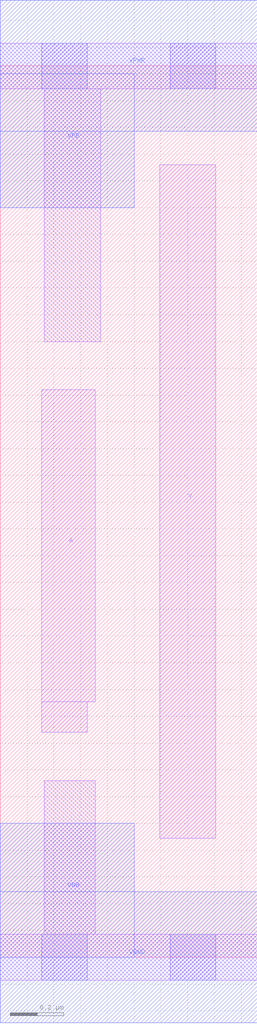
<source format=lef>
# Copyright 2020 The SkyWater PDK Authors
#
# Licensed under the Apache License, Version 2.0 (the "License");
# you may not use this file except in compliance with the License.
# You may obtain a copy of the License at
#
#     https://www.apache.org/licenses/LICENSE-2.0
#
# Unless required by applicable law or agreed to in writing, software
# distributed under the License is distributed on an "AS IS" BASIS,
# WITHOUT WARRANTIES OR CONDITIONS OF ANY KIND, either express or implied.
# See the License for the specific language governing permissions and
# limitations under the License.
#
# SPDX-License-Identifier: Apache-2.0

VERSION 5.5 ;
NAMESCASESENSITIVE ON ;
BUSBITCHARS "[]" ;
DIVIDERCHAR "/" ;
MACRO sky130_fd_sc_lp__inv_m
  CLASS CORE ;
  SOURCE USER ;
  ORIGIN  0.000000  0.000000 ;
  SIZE  0.960000 BY  3.330000 ;
  SYMMETRY X Y R90 ;
  SITE unit ;
  PIN A
    ANTENNAGATEAREA  0.126000 ;
    DIRECTION INPUT ;
    USE SIGNAL ;
    PORT
      LAYER li1 ;
        RECT 0.155000 0.840000 0.325000 0.955000 ;
        RECT 0.155000 0.955000 0.355000 2.120000 ;
    END
  END A
  PIN Y
    ANTENNADIFFAREA  0.222600 ;
    DIRECTION OUTPUT ;
    USE SIGNAL ;
    PORT
      LAYER li1 ;
        RECT 0.595000 0.445000 0.805000 2.960000 ;
    END
  END Y
  PIN VGND
    DIRECTION INOUT ;
    USE GROUND ;
    PORT
      LAYER met1 ;
        RECT 0.000000 -0.245000 0.960000 0.245000 ;
    END
  END VGND
  PIN VNB
    DIRECTION INOUT ;
    USE GROUND ;
    PORT
      LAYER met1 ;
        RECT 0.000000 0.000000 0.500000 0.500000 ;
    END
  END VNB
  PIN VPB
    DIRECTION INOUT ;
    USE POWER ;
    PORT
      LAYER met1 ;
        RECT 0.000000 2.800000 0.500000 3.300000 ;
    END
  END VPB
  PIN VPWR
    DIRECTION INOUT ;
    USE POWER ;
    PORT
      LAYER met1 ;
        RECT 0.000000 3.085000 0.960000 3.575000 ;
    END
  END VPWR
  OBS
    LAYER li1 ;
      RECT 0.000000 -0.085000 0.960000 0.085000 ;
      RECT 0.000000  3.245000 0.960000 3.415000 ;
      RECT 0.165000  0.085000 0.355000 0.660000 ;
      RECT 0.165000  2.300000 0.375000 3.245000 ;
    LAYER mcon ;
      RECT 0.155000 -0.085000 0.325000 0.085000 ;
      RECT 0.155000  3.245000 0.325000 3.415000 ;
      RECT 0.635000 -0.085000 0.805000 0.085000 ;
      RECT 0.635000  3.245000 0.805000 3.415000 ;
  END
END sky130_fd_sc_lp__inv_m
END LIBRARY

</source>
